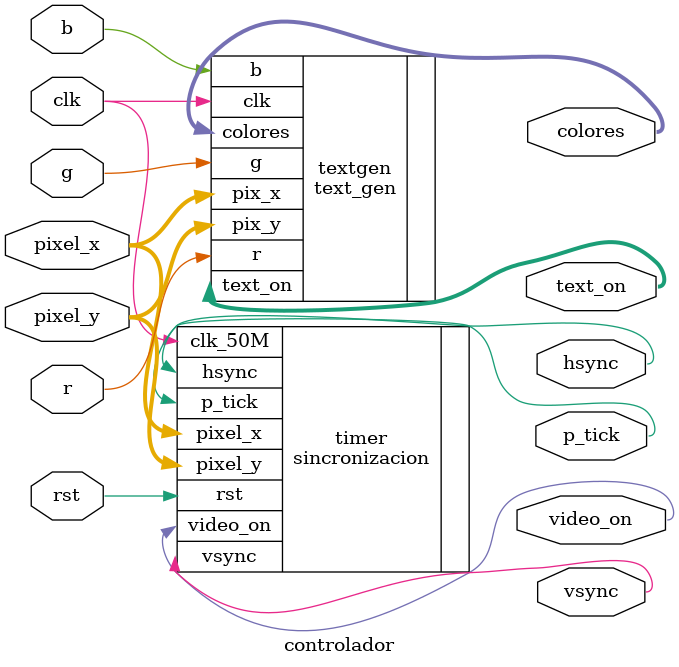
<source format=v>
`timescale 1ns / 1ps
module controlador(
	input wire clk, 
	input wire rst,
	input wire r,
	  input wire g,
	   input wire b,

//    input wire [9:0] pix_x, pix_y,
    output hsync, vsync, video_on, p_tick,
    output wire [3:0] text_on,
	 output wire [2:0] colores,
	 inout wire [9:0] pixel_x, pixel_y
    );


text_gen textgen(.clk(clk),/*.rst(rst),*/ .pix_x(pixel_x), .pix_y(pixel_y), .r(r), .g(g), .b(b), .text_on(text_on), .colores(colores));
sincronizacion timer(
		.clk_50M(clk), 
		.rst(rst), 
		.hsync(hsync), 
		.vsync(vsync), 
		.video_on(video_on), 
		.p_tick(p_tick), 
		.pixel_x(pixel_x), 
		.pixel_y(pixel_y)
	);
endmodule

</source>
